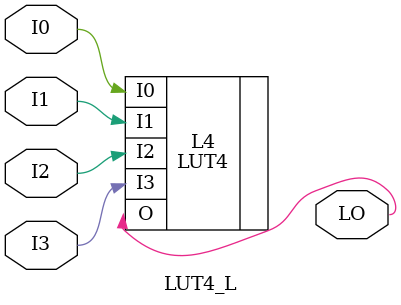
<source format=v>

`timescale  1 ps / 1 ps


module LUT4_L (LO, I0, I1, I2, I3);

    parameter [15:0] INIT = 16'h0000;

    input I0, I1, I2, I3;

    output LO;
    
    wire LO;

    LUT4 #(.INIT(INIT)) L4 (.O(LO), .I0(I0), .I1(I1), .I2(I2), .I3(I3));

endmodule



</source>
